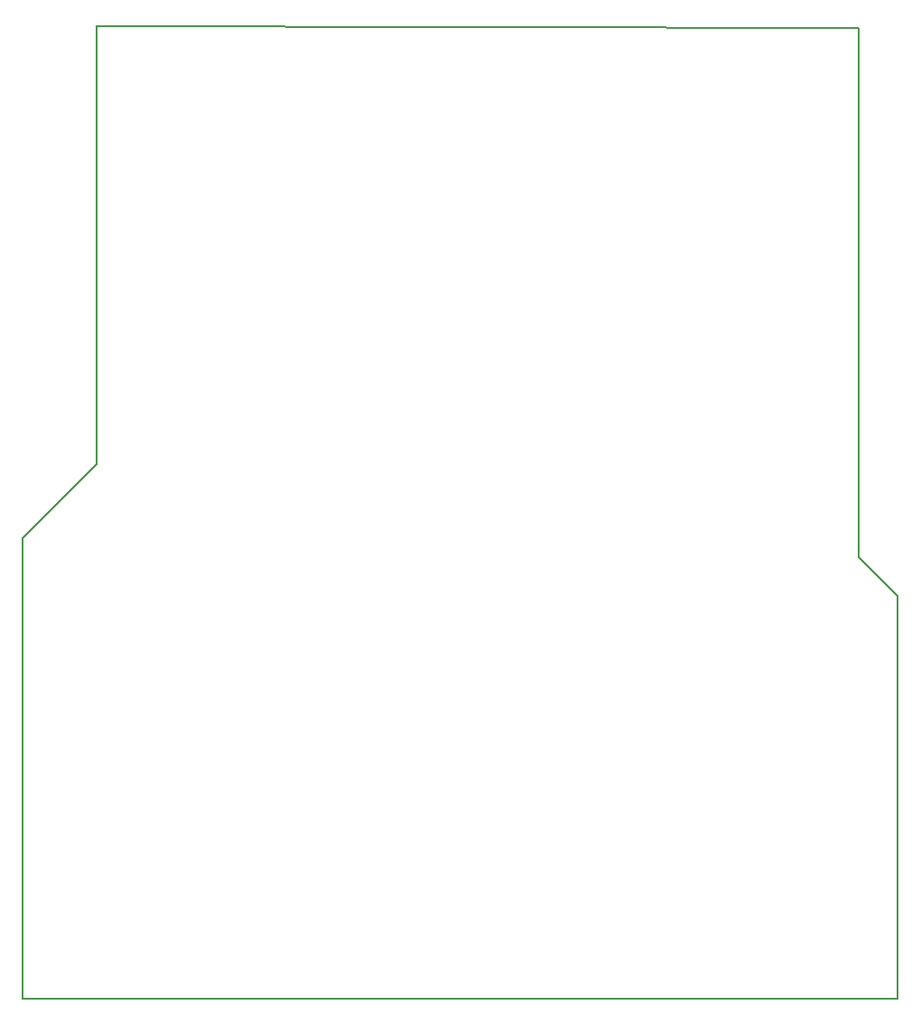
<source format=gbr>
G04 #@! TF.GenerationSoftware,KiCad,Pcbnew,5.0.1*
G04 #@! TF.CreationDate,2019-02-20T16:22:45-05:00*
G04 #@! TF.ProjectId,pongPCB,706F6E675043422E6B696361645F7063,rev?*
G04 #@! TF.SameCoordinates,Original*
G04 #@! TF.FileFunction,Profile,NP*
%FSLAX46Y46*%
G04 Gerber Fmt 4.6, Leading zero omitted, Abs format (unit mm)*
G04 Created by KiCad (PCBNEW 5.0.1) date Wed 20 Feb 2019 04:22:45 PM EST*
%MOMM*%
%LPD*%
G01*
G04 APERTURE LIST*
%ADD10C,0.200000*%
G04 APERTURE END LIST*
D10*
X104850000Y-55170000D02*
X104860000Y-55190000D01*
X104850000Y-55180000D02*
X104850000Y-55170000D01*
X104850000Y-55550000D02*
X104850000Y-55180000D01*
X104850000Y-96320000D02*
X104850000Y-55550000D01*
X97980000Y-103190000D02*
X104850000Y-96320000D01*
X97980000Y-146390000D02*
X97980000Y-103190000D01*
X180010000Y-146390000D02*
X97980000Y-146390000D01*
X180010000Y-108670000D02*
X180010000Y-146390000D01*
X176380000Y-105040000D02*
X180010000Y-108670000D01*
X176380000Y-55390000D02*
X176380000Y-105040000D01*
X104850000Y-55190000D02*
X176380000Y-55390000D01*
M02*

</source>
